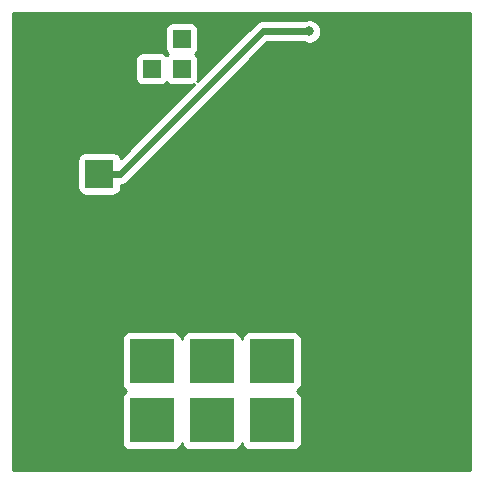
<source format=gbr>
G04 #@! TF.GenerationSoftware,KiCad,Pcbnew,(6.0.0-rc1-dev-1606-g4cd41e394)*
G04 #@! TF.CreationDate,2019-02-20T17:44:50+01:00*
G04 #@! TF.ProjectId,COILSW01A,434f494c-5357-4303-9141-2e6b69636164,REV*
G04 #@! TF.SameCoordinates,Original*
G04 #@! TF.FileFunction,Copper,L1,Top*
G04 #@! TF.FilePolarity,Positive*
%FSLAX46Y46*%
G04 Gerber Fmt 4.6, Leading zero omitted, Abs format (unit mm)*
G04 Created by KiCad (PCBNEW (6.0.0-rc1-dev-1606-g4cd41e394)) date 20.02.2019 17:44:50*
%MOMM*%
%LPD*%
G04 APERTURE LIST*
%ADD10R,2.400000X2.400000*%
%ADD11C,2.400000*%
%ADD12R,1.524000X1.524000*%
%ADD13C,6.000000*%
%ADD14R,3.810000X3.810000*%
%ADD15C,0.800000*%
%ADD16C,0.600000*%
%ADD17C,0.254000*%
G04 APERTURE END LIST*
D10*
X8255000Y26035000D03*
D11*
X13255000Y26035000D03*
D12*
X12700000Y37465000D03*
X12700000Y34925000D03*
X15240000Y34925000D03*
X15240000Y37465000D03*
D13*
X35560000Y5080000D03*
X35560000Y35560000D03*
X5080000Y5080000D03*
X5080000Y35560000D03*
D14*
X12700000Y10160000D03*
X12700000Y5160000D03*
X27940000Y5160000D03*
X27940000Y10160000D03*
X17780000Y5160000D03*
X17780000Y10160000D03*
X22860000Y10160000D03*
X22860000Y5160000D03*
D15*
X26035000Y38100000D03*
X27940000Y27432000D03*
X26924000Y26416000D03*
X15494000Y25908000D03*
X15494000Y26924000D03*
X15494000Y27940000D03*
X16510000Y27940000D03*
X16510000Y26924000D03*
X16510000Y25908000D03*
X17526000Y25908000D03*
X17526000Y26924000D03*
X17526000Y27940000D03*
X16002000Y16764000D03*
X17272000Y16764000D03*
X18542000Y16764000D03*
X22352000Y24130000D03*
X23368000Y24130000D03*
X23368000Y23114000D03*
X22352000Y23114000D03*
X25908000Y28702000D03*
X27940000Y26416000D03*
X26924000Y27432000D03*
X29210000Y28702000D03*
X29210000Y27686000D03*
X29210000Y26416000D03*
X17018000Y38862000D03*
X29210000Y32512000D03*
X29210000Y33782000D03*
X29210000Y34798000D03*
X27686000Y19050000D03*
X28956000Y19050000D03*
X30226000Y19050000D03*
X31496000Y19050000D03*
X27686000Y17780000D03*
X28956000Y17780000D03*
X30226000Y17780000D03*
X31496000Y17780000D03*
X27686000Y16510000D03*
X28956000Y16510000D03*
X30226000Y16510000D03*
X31496000Y16510000D03*
X31750000Y14986000D03*
X31750000Y13716000D03*
X31750000Y12446000D03*
X30734000Y11430000D03*
X30734000Y9906000D03*
X30734000Y8382000D03*
X31750000Y11430000D03*
X7620000Y10160000D03*
X7620000Y11430000D03*
X7620000Y12700000D03*
X7620000Y14224000D03*
X8636000Y12700000D03*
X8636000Y11430000D03*
X8636000Y10160000D03*
X9652000Y10160000D03*
X9652000Y11430000D03*
X9652000Y12700000D03*
X14986000Y24130000D03*
X14986000Y22860000D03*
X14986000Y21590000D03*
X14986000Y20320000D03*
X14986000Y19050000D03*
X27178000Y13208000D03*
X28448000Y13208000D03*
X29718000Y13208000D03*
X20574000Y26924000D03*
X29210000Y38862000D03*
X29210000Y37846000D03*
X29210000Y36830000D03*
D16*
X22120000Y38100000D02*
X26035000Y38100000D01*
X8255000Y26035000D02*
X10055000Y26035000D01*
X10055000Y26035000D02*
X22120000Y38100000D01*
D17*
G36*
X39676000Y964000D02*
G01*
X964000Y964000D01*
X964000Y12065000D01*
X10156928Y12065000D01*
X10156928Y8255000D01*
X10169188Y8130518D01*
X10205498Y8010820D01*
X10264463Y7900506D01*
X10343815Y7803815D01*
X10440506Y7724463D01*
X10550820Y7665498D01*
X10568944Y7660000D01*
X10550820Y7654502D01*
X10440506Y7595537D01*
X10343815Y7516185D01*
X10264463Y7419494D01*
X10205498Y7309180D01*
X10169188Y7189482D01*
X10156928Y7065000D01*
X10156928Y3255000D01*
X10169188Y3130518D01*
X10205498Y3010820D01*
X10264463Y2900506D01*
X10343815Y2803815D01*
X10440506Y2724463D01*
X10550820Y2665498D01*
X10670518Y2629188D01*
X10795000Y2616928D01*
X14605000Y2616928D01*
X14729482Y2629188D01*
X14849180Y2665498D01*
X14959494Y2724463D01*
X15056185Y2803815D01*
X15135537Y2900506D01*
X15194502Y3010820D01*
X15230812Y3130518D01*
X15240000Y3223808D01*
X15249188Y3130518D01*
X15285498Y3010820D01*
X15344463Y2900506D01*
X15423815Y2803815D01*
X15520506Y2724463D01*
X15630820Y2665498D01*
X15750518Y2629188D01*
X15875000Y2616928D01*
X19685000Y2616928D01*
X19809482Y2629188D01*
X19929180Y2665498D01*
X20039494Y2724463D01*
X20136185Y2803815D01*
X20215537Y2900506D01*
X20274502Y3010820D01*
X20310812Y3130518D01*
X20320000Y3223808D01*
X20329188Y3130518D01*
X20365498Y3010820D01*
X20424463Y2900506D01*
X20503815Y2803815D01*
X20600506Y2724463D01*
X20710820Y2665498D01*
X20830518Y2629188D01*
X20955000Y2616928D01*
X24765000Y2616928D01*
X24889482Y2629188D01*
X25009180Y2665498D01*
X25119494Y2724463D01*
X25216185Y2803815D01*
X25295537Y2900506D01*
X25354502Y3010820D01*
X25390812Y3130518D01*
X25403072Y3255000D01*
X25403072Y7065000D01*
X25390812Y7189482D01*
X25354502Y7309180D01*
X25295537Y7419494D01*
X25216185Y7516185D01*
X25119494Y7595537D01*
X25009180Y7654502D01*
X24991056Y7660000D01*
X25009180Y7665498D01*
X25119494Y7724463D01*
X25216185Y7803815D01*
X25295537Y7900506D01*
X25354502Y8010820D01*
X25390812Y8130518D01*
X25403072Y8255000D01*
X25403072Y12065000D01*
X25390812Y12189482D01*
X25354502Y12309180D01*
X25295537Y12419494D01*
X25216185Y12516185D01*
X25119494Y12595537D01*
X25009180Y12654502D01*
X24889482Y12690812D01*
X24765000Y12703072D01*
X20955000Y12703072D01*
X20830518Y12690812D01*
X20710820Y12654502D01*
X20600506Y12595537D01*
X20503815Y12516185D01*
X20424463Y12419494D01*
X20365498Y12309180D01*
X20329188Y12189482D01*
X20320000Y12096192D01*
X20310812Y12189482D01*
X20274502Y12309180D01*
X20215537Y12419494D01*
X20136185Y12516185D01*
X20039494Y12595537D01*
X19929180Y12654502D01*
X19809482Y12690812D01*
X19685000Y12703072D01*
X15875000Y12703072D01*
X15750518Y12690812D01*
X15630820Y12654502D01*
X15520506Y12595537D01*
X15423815Y12516185D01*
X15344463Y12419494D01*
X15285498Y12309180D01*
X15249188Y12189482D01*
X15240000Y12096192D01*
X15230812Y12189482D01*
X15194502Y12309180D01*
X15135537Y12419494D01*
X15056185Y12516185D01*
X14959494Y12595537D01*
X14849180Y12654502D01*
X14729482Y12690812D01*
X14605000Y12703072D01*
X10795000Y12703072D01*
X10670518Y12690812D01*
X10550820Y12654502D01*
X10440506Y12595537D01*
X10343815Y12516185D01*
X10264463Y12419494D01*
X10205498Y12309180D01*
X10169188Y12189482D01*
X10156928Y12065000D01*
X964000Y12065000D01*
X964000Y27235000D01*
X6416928Y27235000D01*
X6416928Y24835000D01*
X6429188Y24710518D01*
X6465498Y24590820D01*
X6524463Y24480506D01*
X6603815Y24383815D01*
X6700506Y24304463D01*
X6810820Y24245498D01*
X6930518Y24209188D01*
X7055000Y24196928D01*
X9455000Y24196928D01*
X9579482Y24209188D01*
X9699180Y24245498D01*
X9809494Y24304463D01*
X9906185Y24383815D01*
X9985537Y24480506D01*
X10044502Y24590820D01*
X10080812Y24710518D01*
X10093072Y24835000D01*
X10093072Y25099226D01*
X10100932Y25100000D01*
X10238292Y25113529D01*
X10414540Y25166993D01*
X10576972Y25253814D01*
X10719344Y25370656D01*
X10748630Y25406341D01*
X22507289Y37165000D01*
X25587705Y37165000D01*
X25733102Y37104774D01*
X25933061Y37065000D01*
X26136939Y37065000D01*
X26336898Y37104774D01*
X26525256Y37182795D01*
X26694774Y37296063D01*
X26838937Y37440226D01*
X26952205Y37609744D01*
X27030226Y37798102D01*
X27070000Y37998061D01*
X27070000Y38201939D01*
X27030226Y38401898D01*
X26952205Y38590256D01*
X26838937Y38759774D01*
X26694774Y38903937D01*
X26525256Y39017205D01*
X26336898Y39095226D01*
X26136939Y39135000D01*
X25933061Y39135000D01*
X25733102Y39095226D01*
X25587705Y39035000D01*
X22165935Y39035000D01*
X22120000Y39039524D01*
X21936708Y39021472D01*
X21760459Y38968007D01*
X21703880Y38937765D01*
X21598028Y38881186D01*
X21455656Y38764344D01*
X21426370Y38728659D01*
X16562761Y33865050D01*
X16591502Y33918820D01*
X16627812Y34038518D01*
X16640072Y34163000D01*
X16640072Y35687000D01*
X16627812Y35811482D01*
X16591502Y35931180D01*
X16532537Y36041494D01*
X16453185Y36138185D01*
X16383956Y36195000D01*
X16453185Y36251815D01*
X16532537Y36348506D01*
X16591502Y36458820D01*
X16627812Y36578518D01*
X16640072Y36703000D01*
X16640072Y38227000D01*
X16627812Y38351482D01*
X16591502Y38471180D01*
X16532537Y38581494D01*
X16453185Y38678185D01*
X16356494Y38757537D01*
X16246180Y38816502D01*
X16126482Y38852812D01*
X16002000Y38865072D01*
X14478000Y38865072D01*
X14353518Y38852812D01*
X14233820Y38816502D01*
X14123506Y38757537D01*
X14026815Y38678185D01*
X13947463Y38581494D01*
X13888498Y38471180D01*
X13852188Y38351482D01*
X13839928Y38227000D01*
X13839928Y36703000D01*
X13852188Y36578518D01*
X13888498Y36458820D01*
X13947463Y36348506D01*
X14026815Y36251815D01*
X14096044Y36195000D01*
X14026815Y36138185D01*
X13970000Y36068956D01*
X13913185Y36138185D01*
X13816494Y36217537D01*
X13706180Y36276502D01*
X13586482Y36312812D01*
X13462000Y36325072D01*
X11938000Y36325072D01*
X11813518Y36312812D01*
X11693820Y36276502D01*
X11583506Y36217537D01*
X11486815Y36138185D01*
X11407463Y36041494D01*
X11348498Y35931180D01*
X11312188Y35811482D01*
X11299928Y35687000D01*
X11299928Y34163000D01*
X11312188Y34038518D01*
X11348498Y33918820D01*
X11407463Y33808506D01*
X11486815Y33711815D01*
X11583506Y33632463D01*
X11693820Y33573498D01*
X11813518Y33537188D01*
X11938000Y33524928D01*
X13462000Y33524928D01*
X13586482Y33537188D01*
X13706180Y33573498D01*
X13816494Y33632463D01*
X13913185Y33711815D01*
X13970000Y33781044D01*
X14026815Y33711815D01*
X14123506Y33632463D01*
X14233820Y33573498D01*
X14353518Y33537188D01*
X14478000Y33524928D01*
X16002000Y33524928D01*
X16126482Y33537188D01*
X16246180Y33573498D01*
X16299950Y33602239D01*
X10075315Y27377604D01*
X10044502Y27479180D01*
X9985537Y27589494D01*
X9906185Y27686185D01*
X9809494Y27765537D01*
X9699180Y27824502D01*
X9579482Y27860812D01*
X9455000Y27873072D01*
X7055000Y27873072D01*
X6930518Y27860812D01*
X6810820Y27824502D01*
X6700506Y27765537D01*
X6603815Y27686185D01*
X6524463Y27589494D01*
X6465498Y27479180D01*
X6429188Y27359482D01*
X6416928Y27235000D01*
X964000Y27235000D01*
X964000Y39676000D01*
X39676001Y39676000D01*
X39676000Y964000D01*
X39676000Y964000D01*
G37*
X39676000Y964000D02*
X964000Y964000D01*
X964000Y12065000D01*
X10156928Y12065000D01*
X10156928Y8255000D01*
X10169188Y8130518D01*
X10205498Y8010820D01*
X10264463Y7900506D01*
X10343815Y7803815D01*
X10440506Y7724463D01*
X10550820Y7665498D01*
X10568944Y7660000D01*
X10550820Y7654502D01*
X10440506Y7595537D01*
X10343815Y7516185D01*
X10264463Y7419494D01*
X10205498Y7309180D01*
X10169188Y7189482D01*
X10156928Y7065000D01*
X10156928Y3255000D01*
X10169188Y3130518D01*
X10205498Y3010820D01*
X10264463Y2900506D01*
X10343815Y2803815D01*
X10440506Y2724463D01*
X10550820Y2665498D01*
X10670518Y2629188D01*
X10795000Y2616928D01*
X14605000Y2616928D01*
X14729482Y2629188D01*
X14849180Y2665498D01*
X14959494Y2724463D01*
X15056185Y2803815D01*
X15135537Y2900506D01*
X15194502Y3010820D01*
X15230812Y3130518D01*
X15240000Y3223808D01*
X15249188Y3130518D01*
X15285498Y3010820D01*
X15344463Y2900506D01*
X15423815Y2803815D01*
X15520506Y2724463D01*
X15630820Y2665498D01*
X15750518Y2629188D01*
X15875000Y2616928D01*
X19685000Y2616928D01*
X19809482Y2629188D01*
X19929180Y2665498D01*
X20039494Y2724463D01*
X20136185Y2803815D01*
X20215537Y2900506D01*
X20274502Y3010820D01*
X20310812Y3130518D01*
X20320000Y3223808D01*
X20329188Y3130518D01*
X20365498Y3010820D01*
X20424463Y2900506D01*
X20503815Y2803815D01*
X20600506Y2724463D01*
X20710820Y2665498D01*
X20830518Y2629188D01*
X20955000Y2616928D01*
X24765000Y2616928D01*
X24889482Y2629188D01*
X25009180Y2665498D01*
X25119494Y2724463D01*
X25216185Y2803815D01*
X25295537Y2900506D01*
X25354502Y3010820D01*
X25390812Y3130518D01*
X25403072Y3255000D01*
X25403072Y7065000D01*
X25390812Y7189482D01*
X25354502Y7309180D01*
X25295537Y7419494D01*
X25216185Y7516185D01*
X25119494Y7595537D01*
X25009180Y7654502D01*
X24991056Y7660000D01*
X25009180Y7665498D01*
X25119494Y7724463D01*
X25216185Y7803815D01*
X25295537Y7900506D01*
X25354502Y8010820D01*
X25390812Y8130518D01*
X25403072Y8255000D01*
X25403072Y12065000D01*
X25390812Y12189482D01*
X25354502Y12309180D01*
X25295537Y12419494D01*
X25216185Y12516185D01*
X25119494Y12595537D01*
X25009180Y12654502D01*
X24889482Y12690812D01*
X24765000Y12703072D01*
X20955000Y12703072D01*
X20830518Y12690812D01*
X20710820Y12654502D01*
X20600506Y12595537D01*
X20503815Y12516185D01*
X20424463Y12419494D01*
X20365498Y12309180D01*
X20329188Y12189482D01*
X20320000Y12096192D01*
X20310812Y12189482D01*
X20274502Y12309180D01*
X20215537Y12419494D01*
X20136185Y12516185D01*
X20039494Y12595537D01*
X19929180Y12654502D01*
X19809482Y12690812D01*
X19685000Y12703072D01*
X15875000Y12703072D01*
X15750518Y12690812D01*
X15630820Y12654502D01*
X15520506Y12595537D01*
X15423815Y12516185D01*
X15344463Y12419494D01*
X15285498Y12309180D01*
X15249188Y12189482D01*
X15240000Y12096192D01*
X15230812Y12189482D01*
X15194502Y12309180D01*
X15135537Y12419494D01*
X15056185Y12516185D01*
X14959494Y12595537D01*
X14849180Y12654502D01*
X14729482Y12690812D01*
X14605000Y12703072D01*
X10795000Y12703072D01*
X10670518Y12690812D01*
X10550820Y12654502D01*
X10440506Y12595537D01*
X10343815Y12516185D01*
X10264463Y12419494D01*
X10205498Y12309180D01*
X10169188Y12189482D01*
X10156928Y12065000D01*
X964000Y12065000D01*
X964000Y27235000D01*
X6416928Y27235000D01*
X6416928Y24835000D01*
X6429188Y24710518D01*
X6465498Y24590820D01*
X6524463Y24480506D01*
X6603815Y24383815D01*
X6700506Y24304463D01*
X6810820Y24245498D01*
X6930518Y24209188D01*
X7055000Y24196928D01*
X9455000Y24196928D01*
X9579482Y24209188D01*
X9699180Y24245498D01*
X9809494Y24304463D01*
X9906185Y24383815D01*
X9985537Y24480506D01*
X10044502Y24590820D01*
X10080812Y24710518D01*
X10093072Y24835000D01*
X10093072Y25099226D01*
X10100932Y25100000D01*
X10238292Y25113529D01*
X10414540Y25166993D01*
X10576972Y25253814D01*
X10719344Y25370656D01*
X10748630Y25406341D01*
X22507289Y37165000D01*
X25587705Y37165000D01*
X25733102Y37104774D01*
X25933061Y37065000D01*
X26136939Y37065000D01*
X26336898Y37104774D01*
X26525256Y37182795D01*
X26694774Y37296063D01*
X26838937Y37440226D01*
X26952205Y37609744D01*
X27030226Y37798102D01*
X27070000Y37998061D01*
X27070000Y38201939D01*
X27030226Y38401898D01*
X26952205Y38590256D01*
X26838937Y38759774D01*
X26694774Y38903937D01*
X26525256Y39017205D01*
X26336898Y39095226D01*
X26136939Y39135000D01*
X25933061Y39135000D01*
X25733102Y39095226D01*
X25587705Y39035000D01*
X22165935Y39035000D01*
X22120000Y39039524D01*
X21936708Y39021472D01*
X21760459Y38968007D01*
X21703880Y38937765D01*
X21598028Y38881186D01*
X21455656Y38764344D01*
X21426370Y38728659D01*
X16562761Y33865050D01*
X16591502Y33918820D01*
X16627812Y34038518D01*
X16640072Y34163000D01*
X16640072Y35687000D01*
X16627812Y35811482D01*
X16591502Y35931180D01*
X16532537Y36041494D01*
X16453185Y36138185D01*
X16383956Y36195000D01*
X16453185Y36251815D01*
X16532537Y36348506D01*
X16591502Y36458820D01*
X16627812Y36578518D01*
X16640072Y36703000D01*
X16640072Y38227000D01*
X16627812Y38351482D01*
X16591502Y38471180D01*
X16532537Y38581494D01*
X16453185Y38678185D01*
X16356494Y38757537D01*
X16246180Y38816502D01*
X16126482Y38852812D01*
X16002000Y38865072D01*
X14478000Y38865072D01*
X14353518Y38852812D01*
X14233820Y38816502D01*
X14123506Y38757537D01*
X14026815Y38678185D01*
X13947463Y38581494D01*
X13888498Y38471180D01*
X13852188Y38351482D01*
X13839928Y38227000D01*
X13839928Y36703000D01*
X13852188Y36578518D01*
X13888498Y36458820D01*
X13947463Y36348506D01*
X14026815Y36251815D01*
X14096044Y36195000D01*
X14026815Y36138185D01*
X13970000Y36068956D01*
X13913185Y36138185D01*
X13816494Y36217537D01*
X13706180Y36276502D01*
X13586482Y36312812D01*
X13462000Y36325072D01*
X11938000Y36325072D01*
X11813518Y36312812D01*
X11693820Y36276502D01*
X11583506Y36217537D01*
X11486815Y36138185D01*
X11407463Y36041494D01*
X11348498Y35931180D01*
X11312188Y35811482D01*
X11299928Y35687000D01*
X11299928Y34163000D01*
X11312188Y34038518D01*
X11348498Y33918820D01*
X11407463Y33808506D01*
X11486815Y33711815D01*
X11583506Y33632463D01*
X11693820Y33573498D01*
X11813518Y33537188D01*
X11938000Y33524928D01*
X13462000Y33524928D01*
X13586482Y33537188D01*
X13706180Y33573498D01*
X13816494Y33632463D01*
X13913185Y33711815D01*
X13970000Y33781044D01*
X14026815Y33711815D01*
X14123506Y33632463D01*
X14233820Y33573498D01*
X14353518Y33537188D01*
X14478000Y33524928D01*
X16002000Y33524928D01*
X16126482Y33537188D01*
X16246180Y33573498D01*
X16299950Y33602239D01*
X10075315Y27377604D01*
X10044502Y27479180D01*
X9985537Y27589494D01*
X9906185Y27686185D01*
X9809494Y27765537D01*
X9699180Y27824502D01*
X9579482Y27860812D01*
X9455000Y27873072D01*
X7055000Y27873072D01*
X6930518Y27860812D01*
X6810820Y27824502D01*
X6700506Y27765537D01*
X6603815Y27686185D01*
X6524463Y27589494D01*
X6465498Y27479180D01*
X6429188Y27359482D01*
X6416928Y27235000D01*
X964000Y27235000D01*
X964000Y39676000D01*
X39676001Y39676000D01*
X39676000Y964000D01*
M02*

</source>
